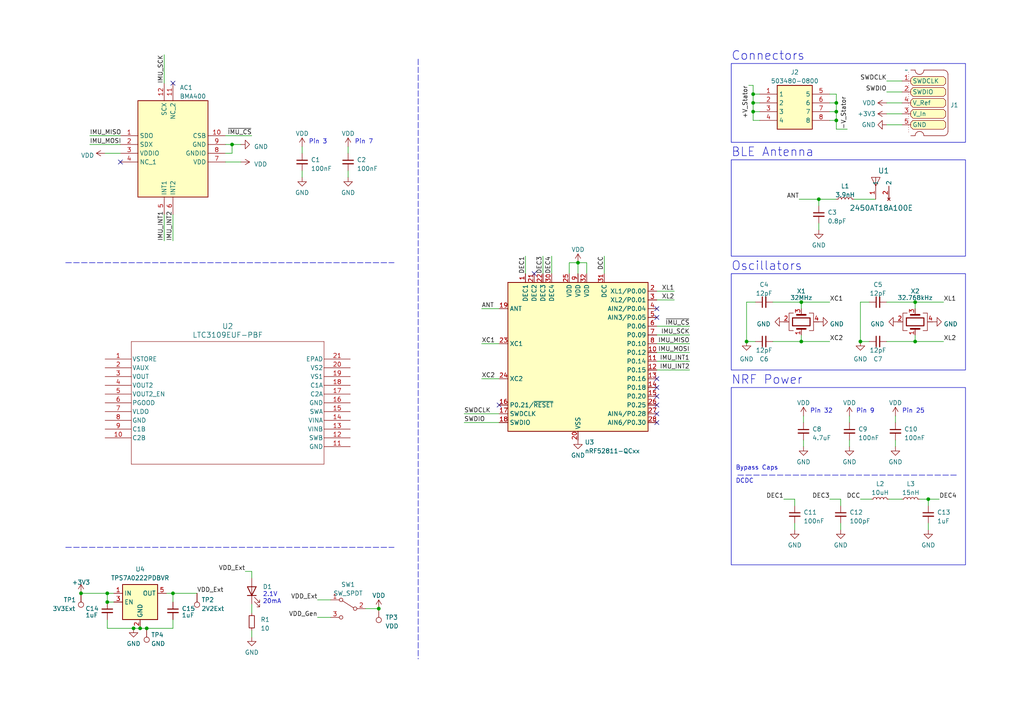
<source format=kicad_sch>
(kicad_sch (version 20230121) (generator eeschema)
  (paper "A4")
  (lib_symbols
    (symbol "Connector:TestPoint" (pin_numbers hide) (pin_names (offset 0.762) hide)
      (property "Reference" "TP" (at 0 6.858 0))
      (property "Value" "TestPoint" (at 0 5.08 0))
      (symbol "TestPoint_0_1"
        (circle (center 0 3.302) (radius 0.762))
      )
      (symbol "TestPoint_1_1"
        (pin passive line (at 0 0 90) (length 2.54) (name "1") (number "1"))
      )
    )
    (symbol "Device:C_Small" (pin_numbers hide) (pin_names (offset 0.254) hide)
      (property "Reference" "C" (at 0.254 1.778 0))
      (property "Value" "C_Small" (at 0.254 -2.032 0))
      (symbol "C_Small_0_1"
        (polyline (pts (xy -1.524 -0.508) (xy 1.524 -0.508)) (stroke (width 0.3302)))
        (polyline (pts (xy -1.524 0.508) (xy 1.524 0.508)) (stroke (width 0.3048)))
      )
      (symbol "C_Small_1_1"
        (pin passive line (at 0 2.54 270) (length 2.032) (name "~") (number "1"))
        (pin passive line (at 0 -2.54 90) (length 2.032) (name "~") (number "2"))
      )
    )
    (symbol "Device:Crystal_GND24" (pin_names (offset 1.016) hide)
      (property "Reference" "Y" (at 3.175 5.08 0))
      (property "Value" "Crystal_GND24" (at 3.175 3.175 0))
      (symbol "Crystal_GND24_0_1"
        (rectangle (start -1.143 2.54) (end 1.143 -2.54) (stroke (width 0.3048)))
        (polyline (pts (xy -2.54 0) (xy -2.032 0)))
        (polyline (pts (xy -2.032 -1.27) (xy -2.032 1.27)) (stroke (width 0.508)))
        (polyline (pts (xy 0 -3.81) (xy 0 -3.556)))
        (polyline (pts (xy 0 3.556) (xy 0 3.81)))
        (polyline (pts (xy 2.032 -1.27) (xy 2.032 1.27)) (stroke (width 0.508)))
        (polyline (pts (xy 2.032 0) (xy 2.54 0)))
        (polyline (pts (xy -2.54 -2.286) (xy -2.54 -3.556) (xy 2.54 -3.556) (xy 2.54 -2.286)))
        (polyline (pts (xy -2.54 2.286) (xy -2.54 3.556) (xy 2.54 3.556) (xy 2.54 2.286)))
      )
      (symbol "Crystal_GND24_1_1"
        (pin passive line (at -3.81 0 0) (length 1.27) (name "1") (number "1"))
        (pin passive line (at 0 5.08 270) (length 1.27) (name "2") (number "2"))
        (pin passive line (at 3.81 0 180) (length 1.27) (name "3") (number "3"))
        (pin passive line (at 0 -5.08 90) (length 1.27) (name "4") (number "4"))
      )
    )
    (symbol "Device:LED" (pin_numbers hide) (pin_names (offset 1.016) hide)
      (property "Reference" "D" (at 0 2.54 0))
      (property "Value" "LED" (at 0 -2.54 0))
      (symbol "LED_0_1"
        (polyline (pts (xy -1.27 -1.27) (xy -1.27 1.27)) (stroke (width 0.254)))
        (polyline (pts (xy -1.27 0) (xy 1.27 0)))
        (polyline (pts (xy 1.27 -1.27) (xy 1.27 1.27) (xy -1.27 0) (xy 1.27 -1.27)) (stroke (width 0.254)))
        (polyline (pts (xy -3.048 -0.762) (xy -4.572 -2.286) (xy -3.81 -2.286) (xy -4.572 -2.286) (xy -4.572 -1.524)))
        (polyline (pts (xy -1.778 -0.762) (xy -3.302 -2.286) (xy -2.54 -2.286) (xy -3.302 -2.286) (xy -3.302 -1.524)))
      )
      (symbol "LED_1_1"
        (pin passive line (at -3.81 0 0) (length 2.54) (name "K") (number "1"))
        (pin passive line (at 3.81 0 180) (length 2.54) (name "A") (number "2"))
      )
    )
    (symbol "Device:L_Small" (pin_numbers hide) (pin_names (offset 0.254) hide)
      (property "Reference" "L" (at 0.762 1.016 0))
      (property "Value" "L_Small" (at 0.762 -1.016 0))
      (symbol "L_Small_0_1"
        (arc (start 0 -2.032) (mid 0.5058 -1.524) (end 0 -1.016))
        (arc (start 0 -1.016) (mid 0.5058 -0.508) (end 0 0))
        (arc (start 0 0) (mid 0.5058 0.508) (end 0 1.016))
        (arc (start 0 1.016) (mid 0.5058 1.524) (end 0 2.032))
      )
      (symbol "L_Small_1_1"
        (pin passive line (at 0 2.54 270) (length 0.508) (name "~") (number "1"))
        (pin passive line (at 0 -2.54 90) (length 0.508) (name "~") (number "2"))
      )
    )
    (symbol "Device:R_Small" (pin_numbers hide) (pin_names (offset 0.254) hide)
      (property "Reference" "R" (at 0.762 0.508 0))
      (property "Value" "R_Small" (at 0.762 -1.016 0))
      (symbol "R_Small_0_1"
        (rectangle (start -0.762 1.778) (end 0.762 -1.778) (stroke (width 0.2032)))
      )
      (symbol "R_Small_1_1"
        (pin passive line (at 0 2.54 270) (length 0.762) (name "~") (number "1"))
        (pin passive line (at 0 -2.54 90) (length 0.762) (name "~") (number "2"))
      )
    )
    (symbol "E-Tattoo_Parts:2450AT18A100E" (pin_names (offset 0.254))
      (property "Reference" "U" (at 7.62 2.54 0))
      (property "Value" "2450AT18A100E" (at 15.24 0 0))
      (symbol "2450AT18A100E_1_1"
        (polyline (pts (xy 0 3.81) (xy -1.27 6.35) (xy 1.27 6.35) (xy 0 3.81) (xy 0 6.35)))
        (pin unspecified line (at 0 0 90) (length 3.81) (name "1") (number "1"))
        (pin no_connect line (at 3.81 0 90) (length 3.81) (name "2") (number "2"))
      )
    )
    (symbol "E-Tattoo_Parts:503480-0800"
      (property "Reference" "J" (at 16.51 7.62 0))
      (property "Value" "503480-0800" (at 16.51 5.08 0))
      (symbol "503480-0800_1_1"
        (rectangle (start 5.08 2.54) (end 15.24 -10.16) (stroke (width 0.254)) (fill (type background)))
        (pin passive line (at 0 0 0) (length 5.08) (name "1") (number "1"))
        (pin passive line (at 0 -2.54 0) (length 5.08) (name "2") (number "2"))
        (pin passive line (at 0 -5.08 0) (length 5.08) (name "3") (number "3"))
        (pin passive line (at 0 -7.62 0) (length 5.08) (name "4") (number "4"))
        (pin passive line (at 20.32 0 180) (length 5.08) (name "5") (number "5"))
        (pin passive line (at 20.32 -2.54 180) (length 5.08) (name "6") (number "6"))
        (pin passive line (at 20.32 -5.08 180) (length 5.08) (name "7") (number "7"))
        (pin passive line (at 20.32 -7.62 180) (length 5.08) (name "8") (number "8"))
      )
    )
    (symbol "E-Tattoo_Parts:BMA400"
      (property "Reference" "AC" (at 26.67 15.24 0))
      (property "Value" "BMA400" (at 26.67 12.7 0))
      (symbol "BMA400_1_1"
        (rectangle (start 5.08 10.16) (end 25.4 -17.78) (stroke (width 0.254)) (fill (type background)))
        (pin passive line (at 0 0 0) (length 5.08) (name "SDO") (number "1"))
        (pin passive line (at 30.48 0 180) (length 5.08) (name "CSB") (number "10"))
        (pin passive line (at 15.24 15.24 270) (length 5.08) (name "NC_2") (number "11"))
        (pin passive line (at 12.7 15.24 270) (length 5.08) (name "SCX") (number "12"))
        (pin passive line (at 0 -2.54 0) (length 5.08) (name "SDX") (number "2"))
        (pin passive line (at 0 -5.08 0) (length 5.08) (name "VDDIO") (number "3"))
        (pin passive line (at 0 -7.62 0) (length 5.08) (name "NC_1") (number "4"))
        (pin passive line (at 12.7 -22.86 90) (length 5.08) (name "INT1") (number "5"))
        (pin passive line (at 15.24 -22.86 90) (length 5.08) (name "INT2") (number "6"))
        (pin passive line (at 30.48 -7.62 180) (length 5.08) (name "VDD") (number "7"))
        (pin passive line (at 30.48 -5.08 180) (length 5.08) (name "GNDIO") (number "8"))
        (pin passive line (at 30.48 -2.54 180) (length 5.08) (name "GND") (number "9"))
      )
    )
    (symbol "E-Tattoo_Parts:LTC3109EUF-PBF" (pin_names (offset 0.254))
      (property "Reference" "U" (at 35.56 10.16 0))
      (property "Value" "LTC3109EUF-PBF" (at 35.56 7.62 0))
      (symbol "LTC3109EUF-PBF_0_1"
        (polyline (pts (xy 7.62 -30.48) (xy 63.5 -30.48)) (stroke (width 0.127)))
        (polyline (pts (xy 7.62 5.08) (xy 7.62 -30.48)) (stroke (width 0.127)))
        (polyline (pts (xy 63.5 -30.48) (xy 63.5 5.08)) (stroke (width 0.127)))
        (polyline (pts (xy 63.5 5.08) (xy 7.62 5.08)) (stroke (width 0.127)))
        (pin output line (at 0 0 0) (length 7.62) (name "VSTORE") (number "1"))
        (pin input line (at 0 -22.86 0) (length 7.62) (name "C2B") (number "10"))
        (pin power_in line (at 71.12 -25.4 180) (length 7.62) (name "GND") (number "11"))
        (pin unspecified line (at 71.12 -22.86 180) (length 7.62) (name "SWB") (number "12"))
        (pin input line (at 71.12 -20.32 180) (length 7.62) (name "VINB") (number "13"))
        (pin input line (at 71.12 -17.78 180) (length 7.62) (name "VINA") (number "14"))
        (pin unspecified line (at 71.12 -15.24 180) (length 7.62) (name "SWA") (number "15"))
        (pin power_in line (at 71.12 -12.7 180) (length 7.62) (name "GND") (number "16"))
        (pin input line (at 71.12 -10.16 180) (length 7.62) (name "C2A") (number "17"))
        (pin input line (at 71.12 -7.62 180) (length 7.62) (name "C1A") (number "18"))
        (pin output line (at 71.12 -5.08 180) (length 7.62) (name "VS1") (number "19"))
        (pin output line (at 0 -2.54 0) (length 7.62) (name "VAUX") (number "2"))
        (pin output line (at 71.12 -2.54 180) (length 7.62) (name "VS2") (number "20"))
        (pin unspecified line (at 71.12 0 180) (length 7.62) (name "EPAD") (number "21"))
        (pin output line (at 0 -5.08 0) (length 7.62) (name "VOUT") (number "3"))
        (pin output line (at 0 -7.62 0) (length 7.62) (name "VOUT2") (number "4"))
        (pin output line (at 0 -10.16 0) (length 7.62) (name "VOUT2_EN") (number "5"))
        (pin output line (at 0 -12.7 0) (length 7.62) (name "PGOOD") (number "6"))
        (pin output line (at 0 -15.24 0) (length 7.62) (name "VLDO") (number "7"))
        (pin power_in line (at 0 -17.78 0) (length 7.62) (name "GND") (number "8"))
        (pin input line (at 0 -20.32 0) (length 7.62) (name "C1B") (number "9"))
      )
    )
    (symbol "E-Tattoo_Parts:SWD-Connector"
      (property "Reference" "J" (at 0 0 0))
      (symbol "SWD-Connector_1_1"
        (polyline (pts (xy 0.635 -0.635) (xy 0.635 -18.415)) (stroke (width 0) (type dot)))
        (polyline (pts (xy 1.27 -19.05) (xy 2.54 -19.05)))
        (polyline (pts (xy 1.27 0) (xy 2.54 0)))
        (polyline (pts (xy 5.08 -19.05) (xy 10.795 -19.05)))
        (polyline (pts (xy 5.08 0) (xy 10.795 0)))
        (polyline (pts (xy 12.065 -1.27) (xy 12.065 -17.78)))
        (polyline (pts (xy 1.27 -15.24) (xy 1.27 -15.875) (xy 1.27 -16.51) (xy 1.905 -17.145) (xy 10.795 -17.145) (xy 11.43 -16.51) (xy 11.43 -15.24) (xy 10.795 -14.605) (xy 1.905 -14.605) (xy 1.27 -15.24)) (fill (type background)))
        (polyline (pts (xy 1.27 -12.065) (xy 1.27 -12.7) (xy 1.27 -13.335) (xy 1.905 -13.97) (xy 10.795 -13.97) (xy 11.43 -13.335) (xy 11.43 -12.065) (xy 10.795 -11.43) (xy 1.905 -11.43) (xy 1.27 -12.065)) (fill (type background)))
        (polyline (pts (xy 1.27 -8.89) (xy 1.27 -9.525) (xy 1.27 -10.16) (xy 1.905 -10.795) (xy 10.795 -10.795) (xy 11.43 -10.16) (xy 11.43 -8.89) (xy 10.795 -8.255) (xy 1.905 -8.255) (xy 1.27 -8.89)) (fill (type background)))
        (polyline (pts (xy 1.27 -5.715) (xy 1.27 -6.35) (xy 1.27 -6.985) (xy 1.905 -7.62) (xy 10.795 -7.62) (xy 11.43 -6.985) (xy 11.43 -5.715) (xy 10.795 -5.08) (xy 1.905 -5.08) (xy 1.27 -5.715)) (fill (type background)))
        (polyline (pts (xy 1.27 -2.54) (xy 1.27 -3.175) (xy 1.27 -3.81) (xy 1.905 -4.445) (xy 10.795 -4.445) (xy 11.43 -3.81) (xy 11.43 -2.54) (xy 10.795 -1.905) (xy 1.905 -1.905) (xy 1.27 -2.54)) (fill (type background)))
        (arc (start 2.54 0) (mid 2.912 -0.898) (end 3.81 -1.27))
        (arc (start 3.81 -17.78) (mid 2.912 -18.152) (end 2.54 -19.05))
        (arc (start 3.81 -1.27) (mid 4.708 -0.898) (end 5.08 0))
        (arc (start 5.08 -19.05) (mid 4.708 -18.152) (end 3.81 -17.78))
        (arc (start 10.795 -19.05) (mid 11.693 -18.678) (end 12.065 -17.78))
        (arc (start 12.065 -1.27) (mid 11.693 -0.372) (end 10.795 0))
        (pin output line (at -1.27 -3.175 0) (length 2.54) (name "SWDCLK") (number "1"))
        (pin output line (at -1.27 -6.35 0) (length 2.54) (name "SWDIO") (number "2"))
        (pin power_in line (at -1.27 -12.7 0) (length 2.54) (name "V_In") (number "3"))
        (pin power_out line (at -1.27 -9.525 0) (length 2.54) (name "V_Ref") (number "4"))
        (pin power_in line (at -1.27 -15.875 0) (length 2.54) (name "GND") (number "5"))
      )
    )
    (symbol "MCU_Nordic:nRF52811-QCxx"
      (property "Reference" "U" (at 0 5.08 0))
      (property "Value" "nRF52811-QCxx" (at 0 2.54 0))
      (symbol "nRF52811-QCxx_0_1"
        (rectangle (start -20.32 22.86) (end 20.32 -20.32) (stroke (width 0.254)) (fill (type background)))
      )
      (symbol "nRF52811-QCxx_1_1"
        (pin passive line (at -15.24 25.4 270) (length 2.54) (name "DEC1") (number "1"))
        (pin bidirectional line (at 22.86 2.54 180) (length 2.54) (name "P0.12") (number "10"))
        (pin bidirectional line (at 22.86 0 180) (length 2.54) (name "P0.14") (number "11"))
        (pin bidirectional line (at 22.86 -2.54 180) (length 2.54) (name "P0.15") (number "12"))
        (pin bidirectional line (at 22.86 -5.08 180) (length 2.54) (name "P0.16") (number "13"))
        (pin bidirectional line (at 22.86 -7.62 180) (length 2.54) (name "P0.18") (number "14"))
        (pin bidirectional line (at 22.86 -10.16 180) (length 2.54) (name "P0.20") (number "15"))
        (pin bidirectional line (at -22.86 -12.7 0) (length 2.54) (name "P0.21/~{RESET}") (number "16"))
        (pin input line (at -22.86 -15.24 0) (length 2.54) (name "SWDCLK") (number "17"))
        (pin bidirectional line (at -22.86 -17.78 0) (length 2.54) (name "SWDIO") (number "18"))
        (pin passive line (at -22.86 15.24 0) (length 2.54) (name "ANT") (number "19"))
        (pin bidirectional line (at 22.86 20.32 180) (length 2.54) (name "XL1/P0.00") (number "2"))
        (pin power_in line (at 0 -22.86 90) (length 2.54) (name "VSS") (number "20"))
        (pin passive line (at -12.7 25.4 270) (length 2.54) (name "DEC2") (number "21"))
        (pin passive line (at -10.16 25.4 270) (length 2.54) (name "DEC3") (number "22"))
        (pin input line (at -22.86 5.08 0) (length 2.54) (name "XC1") (number "23"))
        (pin input line (at -22.86 -5.08 0) (length 2.54) (name "XC2") (number "24"))
        (pin power_in line (at -2.54 25.4 270) (length 2.54) (name "VDD") (number "25"))
        (pin bidirectional line (at 22.86 -12.7 180) (length 2.54) (name "P0.25") (number "26"))
        (pin bidirectional line (at 22.86 -15.24 180) (length 2.54) (name "AIN4/P0.28") (number "27"))
        (pin bidirectional line (at 22.86 -17.78 180) (length 2.54) (name "AIN6/P0.30") (number "28"))
        (pin passive line (at 0 -22.86 90) (length 2.54) hide (name "VSS") (number "29"))
        (pin bidirectional line (at 22.86 17.78 180) (length 2.54) (name "XL2/P0.01") (number "3"))
        (pin passive line (at -7.62 25.4 270) (length 2.54) (name "DEC4") (number "30"))
        (pin power_out line (at 7.62 25.4 270) (length 2.54) (name "DCC") (number "31"))
        (pin power_in line (at 2.54 25.4 270) (length 2.54) (name "VDD") (number "32"))
        (pin passive line (at 0 -22.86 90) (length 2.54) hide (name "VSS") (number "33"))
        (pin bidirectional line (at 22.86 15.24 180) (length 2.54) (name "AIN2/P0.04") (number "4"))
        (pin bidirectional line (at 22.86 12.7 180) (length 2.54) (name "AIN3/P0.05") (number "5"))
        (pin bidirectional line (at 22.86 10.16 180) (length 2.54) (name "P0.06") (number "6"))
        (pin bidirectional line (at 22.86 7.62 180) (length 2.54) (name "P0.09") (number "7"))
        (pin bidirectional line (at 22.86 5.08 180) (length 2.54) (name "P0.10") (number "8"))
        (pin power_in line (at 0 25.4 270) (length 2.54) (name "VDD") (number "9"))
      )
    )
    (symbol "Regulator_Linear:TPS7A0522PDBV"
      (property "Reference" "U" (at -3.81 6.35 0))
      (property "Value" "TPS7A0522PDBV" (at 6.35 6.35 0))
      (symbol "TPS7A0522PDBV_0_1"
        (rectangle (start -5.08 -5.08) (end 5.08 5.08) (stroke (width 0.254)) (fill (type background)))
        (pin power_in line (at -7.62 2.54 0) (length 2.54) (name "IN") (number "1"))
        (pin power_in line (at 0 -7.62 90) (length 2.54) (name "GND") (number "2"))
        (pin input line (at -7.62 0 0) (length 2.54) (name "EN") (number "3"))
        (pin no_connect line (at 5.08 0 180) (length 2.54) hide (name "NC") (number "4"))
        (pin power_out line (at 7.62 2.54 180) (length 2.54) (name "OUT") (number "5"))
      )
    )
    (symbol "Switch:SW_SPDT" (pin_names (offset 0) hide)
      (property "Reference" "SW" (at 0 4.318 0))
      (property "Value" "SW_SPDT" (at 0 -5.08 0))
      (symbol "SW_SPDT_0_0"
        (circle (center -2.032 0) (radius 0.508))
        (circle (center 2.032 -2.54) (radius 0.508))
      )
      (symbol "SW_SPDT_0_1"
        (polyline (pts (xy -1.524 0.254) (xy 1.651 2.286)))
        (circle (center 2.032 2.54) (radius 0.508))
      )
      (symbol "SW_SPDT_1_1"
        (pin passive line (at 5.08 2.54 180) (length 2.54) (name "A") (number "1"))
        (pin passive line (at -5.08 0 0) (length 2.54) (name "B") (number "2"))
        (pin passive line (at 5.08 -2.54 180) (length 2.54) (name "C") (number "3"))
      )
    )
    (symbol "power:+3V3" (power) (pin_names (offset 0))
      (property "Value" "+3V3" (at 0 3.556 0))
      (symbol "+3V3_0_1"
        (polyline (pts (xy -0.762 1.27) (xy 0 2.54)))
        (polyline (pts (xy 0 0) (xy 0 2.54)))
        (polyline (pts (xy 0 2.54) (xy 0.762 1.27)))
      )
      (symbol "+3V3_1_1"
        (pin power_in line (at 0 0 90) (length 0) hide (name "+3V3") (number "1"))
      )
    )
    (symbol "power:GND" (power) (pin_names (offset 0))
      (property "Value" "GND" (at 0 -3.81 0))
      (symbol "GND_0_1"
        (polyline (pts (xy 0 0) (xy 0 -1.27) (xy 1.27 -1.27) (xy 0 -2.54) (xy -1.27 -1.27) (xy 0 -1.27)))
      )
      (symbol "GND_1_1"
        (pin power_in line (at 0 0 270) (length 0) hide (name "GND") (number "1"))
      )
    )
    (symbol "power:VDD" (power) (pin_names (offset 0))
      (property "Value" "VDD" (at 0 3.81 0))
      (symbol "VDD_0_1"
        (polyline (pts (xy -0.762 1.27) (xy 0 2.54)))
        (polyline (pts (xy 0 0) (xy 0 2.54)))
        (polyline (pts (xy 0 2.54) (xy 0.762 1.27)))
      )
      (symbol "VDD_1_1"
        (pin power_in line (at 0 0 90) (length 0) hide (name "VDD") (number "1"))
      )
    )
  )
  (junction (at 67.31 41.91))
  (junction (at 232.41 99.06))
  (junction (at 23.495 172.085))
  (junction (at 31.115 172.085))
  (junction (at 218.44 29.845))
  (junction (at 218.44 32.385))
  (junction (at 265.43 99.06))
  (junction (at 42.545 182.245))
  (junction (at 40.64 182.245))
  (junction (at 109.855 176.53))
  (junction (at 242.57 32.385))
  (junction (at 242.57 34.925))
  (junction (at 242.57 29.845))
  (junction (at 269.24 144.78))
  (junction (at 216.535 99.06))
  (junction (at 249.555 99.06))
  (junction (at 167.64 76.2))
  (junction (at 38.735 182.245))
  (junction (at 50.165 172.085))
  (junction (at 265.43 87.63))
  (junction (at 218.44 27.305))
  (junction (at 31.115 174.625))
  (junction (at 232.41 87.63))
  (junction (at 237.49 57.785))
  (no_connect (at 34.925 46.99))
  (no_connect (at 144.78 117.475))
  (no_connect (at 154.94 79.375))
  (no_connect (at 190.5 112.395))
  (no_connect (at 190.5 109.855))
  (no_connect (at 190.5 92.075))
  (no_connect (at 190.5 122.555))
  (no_connect (at 190.5 89.535))
  (no_connect (at 190.5 120.015))
  (no_connect (at 50.165 24.13))
  (no_connect (at 190.5 117.475))
  (no_connect (at 190.5 114.935))
  (wire (pts (xy 237.49 57.785) (xy 242.57 57.785)))
  (wire (pts (xy 232.41 87.63) (xy 240.665 87.63)))
  (wire (pts (xy 220.345 27.305) (xy 218.44 27.305)))
  (wire (pts (xy 265.43 99.06) (xy 257.175 99.06)))
  (wire (pts (xy 218.44 27.305) (xy 218.44 29.845)))
  (wire (pts (xy 242.57 34.925) (xy 242.57 37.465)))
  (wire (pts (xy 218.44 29.845) (xy 218.44 32.385)))
  (wire (pts (xy 106.045 176.53) (xy 109.855 176.53)))
  (wire (pts (xy 190.5 102.235) (xy 200.025 102.235)))
  (wire (pts (xy 30.48 44.45) (xy 34.925 44.45)))
  (wire (pts (xy 40.64 182.245) (xy 42.545 182.245)))
  (wire (pts (xy 190.5 84.455) (xy 195.58 84.455)))
  (wire (pts (xy 65.405 46.99) (xy 69.85 46.99)))
  (wire (pts (xy 269.24 144.78) (xy 272.415 144.78)))
  (wire (pts (xy 240.665 29.845) (xy 242.57 29.845)))
  (wire (pts (xy 95.885 179.07) (xy 92.075 179.07)))
  (wire (pts (xy 257.175 87.63) (xy 265.43 87.63)))
  (wire (pts (xy 73.025 184.785) (xy 73.025 182.88)))
  (wire (pts (xy 67.31 44.45) (xy 67.31 41.91)))
  (wire (pts (xy 87.63 49.53) (xy 87.63 51.435)))
  (wire (pts (xy 139.7 109.855) (xy 144.78 109.855)))
  (wire (pts (xy 190.5 104.775) (xy 200.025 104.775)))
  (wire (pts (xy 265.43 87.63) (xy 273.685 87.63)))
  (polyline (pts (xy 19.05 158.75) (xy 114.3 158.75)) (stroke (width 0) (type dash)))
  (wire (pts (xy 242.57 27.305) (xy 242.57 29.845)))
  (wire (pts (xy 218.44 24.765) (xy 218.44 27.305)))
  (wire (pts (xy 237.49 59.69) (xy 237.49 57.785)))
  (wire (pts (xy 269.24 151.765) (xy 269.24 153.67)))
  (wire (pts (xy 224.155 87.63) (xy 232.41 87.63)))
  (wire (pts (xy 218.44 32.385) (xy 220.345 32.385)))
  (wire (pts (xy 257.175 33.02) (xy 261.62 33.02)))
  (wire (pts (xy 190.5 107.315) (xy 200.025 107.315)))
  (wire (pts (xy 31.115 179.705) (xy 31.115 182.245)))
  (wire (pts (xy 257.175 29.845) (xy 261.62 29.845)))
  (wire (pts (xy 259.715 127.635) (xy 259.715 129.54)))
  (wire (pts (xy 240.665 144.78) (xy 243.84 144.78)))
  (wire (pts (xy 216.535 99.06) (xy 219.075 99.06)))
  (wire (pts (xy 227.33 144.78) (xy 230.505 144.78)))
  (wire (pts (xy 269.24 144.78) (xy 269.24 146.685)))
  (wire (pts (xy 232.41 89.535) (xy 232.41 87.63)))
  (wire (pts (xy 232.41 99.06) (xy 224.155 99.06)))
  (wire (pts (xy 38.735 182.245) (xy 40.64 182.245)))
  (wire (pts (xy 42.545 182.245) (xy 50.165 182.245)))
  (wire (pts (xy 167.64 76.2) (xy 167.64 79.375)))
  (wire (pts (xy 190.5 97.155) (xy 200.025 97.155)))
  (wire (pts (xy 242.57 37.465) (xy 245.745 37.465)))
  (wire (pts (xy 231.775 57.785) (xy 237.49 57.785)))
  (wire (pts (xy 139.7 99.695) (xy 144.78 99.695)))
  (wire (pts (xy 249.555 99.06) (xy 252.095 99.06)))
  (wire (pts (xy 47.625 69.85) (xy 47.625 62.23)))
  (wire (pts (xy 257.175 23.495) (xy 261.62 23.495)))
  (wire (pts (xy 247.65 57.785) (xy 254 57.785)))
  (wire (pts (xy 230.505 151.765) (xy 230.505 153.67)))
  (wire (pts (xy 257.175 26.67) (xy 261.62 26.67)))
  (wire (pts (xy 175.26 79.375) (xy 175.26 74.295)))
  (wire (pts (xy 237.49 64.77) (xy 237.49 66.675)))
  (wire (pts (xy 170.18 79.375) (xy 170.18 76.2)))
  (wire (pts (xy 152.4 79.375) (xy 152.4 74.295)))
  (wire (pts (xy 265.43 97.155) (xy 265.43 99.06)))
  (wire (pts (xy 67.31 41.91) (xy 69.85 41.91)))
  (wire (pts (xy 265.43 89.535) (xy 265.43 87.63)))
  (wire (pts (xy 95.885 173.99) (xy 92.075 173.99)))
  (wire (pts (xy 50.165 172.085) (xy 57.15 172.085)))
  (wire (pts (xy 230.505 146.685) (xy 230.505 144.78)))
  (wire (pts (xy 190.5 99.695) (xy 200.025 99.695)))
  (wire (pts (xy 242.57 32.385) (xy 242.57 34.925)))
  (polyline (pts (xy 19.05 76.2) (xy 114.3 76.2)) (stroke (width 0) (type dash)))
  (wire (pts (xy 134.62 120.015) (xy 144.78 120.015)))
  (wire (pts (xy 23.495 172.085) (xy 31.115 172.085)))
  (wire (pts (xy 26.035 39.37) (xy 34.925 39.37)))
  (wire (pts (xy 243.84 146.685) (xy 243.84 144.78)))
  (wire (pts (xy 216.535 87.63) (xy 216.535 99.06)))
  (wire (pts (xy 50.165 179.705) (xy 50.165 182.245)))
  (wire (pts (xy 47.625 15.875) (xy 47.625 24.13)))
  (wire (pts (xy 190.5 86.995) (xy 195.58 86.995)))
  (wire (pts (xy 87.63 42.545) (xy 87.63 44.45)))
  (wire (pts (xy 31.115 172.085) (xy 31.115 174.625)))
  (wire (pts (xy 31.115 174.625) (xy 33.02 174.625)))
  (wire (pts (xy 50.165 174.625) (xy 50.165 172.085)))
  (wire (pts (xy 246.38 120.65) (xy 246.38 122.555)))
  (wire (pts (xy 246.38 127.635) (xy 246.38 129.54)))
  (wire (pts (xy 134.62 122.555) (xy 144.78 122.555)))
  (wire (pts (xy 26.035 41.91) (xy 34.925 41.91)))
  (wire (pts (xy 257.175 36.195) (xy 261.62 36.195)))
  (wire (pts (xy 249.555 87.63) (xy 249.555 99.06)))
  (wire (pts (xy 249.555 87.63) (xy 252.095 87.63)))
  (wire (pts (xy 218.44 34.925) (xy 220.345 34.925)))
  (wire (pts (xy 240.665 99.06) (xy 232.41 99.06)))
  (polyline (pts (xy 213.995 137.795) (xy 277.495 137.795)) (stroke (width 0) (type dash)))
  (wire (pts (xy 259.715 120.65) (xy 259.715 122.555)))
  (wire (pts (xy 242.57 29.845) (xy 242.57 32.385)))
  (wire (pts (xy 33.02 172.085) (xy 31.115 172.085)))
  (wire (pts (xy 273.685 99.06) (xy 265.43 99.06)))
  (wire (pts (xy 217.17 24.765) (xy 218.44 24.765)))
  (wire (pts (xy 165.1 79.375) (xy 165.1 76.2)))
  (wire (pts (xy 100.965 42.545) (xy 100.965 44.45)))
  (wire (pts (xy 249.555 144.78) (xy 252.73 144.78)))
  (wire (pts (xy 218.44 29.845) (xy 220.345 29.845)))
  (wire (pts (xy 165.1 76.2) (xy 167.64 76.2)))
  (wire (pts (xy 100.965 49.53) (xy 100.965 51.435)))
  (wire (pts (xy 73.025 167.64) (xy 73.025 165.735)))
  (wire (pts (xy 240.665 32.385) (xy 242.57 32.385)))
  (wire (pts (xy 233.045 120.65) (xy 233.045 122.555)))
  (wire (pts (xy 216.535 87.63) (xy 219.075 87.63)))
  (wire (pts (xy 243.84 151.765) (xy 243.84 153.67)))
  (wire (pts (xy 240.665 27.305) (xy 242.57 27.305)))
  (wire (pts (xy 71.12 165.735) (xy 73.025 165.735)))
  (wire (pts (xy 65.405 41.91) (xy 67.31 41.91)))
  (wire (pts (xy 170.18 76.2) (xy 167.64 76.2)))
  (polyline (pts (xy 121.285 17.145) (xy 121.285 191.135)) (stroke (width 0) (type dash)))
  (wire (pts (xy 65.405 44.45) (xy 67.31 44.45)))
  (wire (pts (xy 233.045 127.635) (xy 233.045 129.54)))
  (wire (pts (xy 48.26 172.085) (xy 50.165 172.085)))
  (wire (pts (xy 160.02 79.375) (xy 160.02 74.295)))
  (wire (pts (xy 73.025 175.26) (xy 73.025 177.8)))
  (wire (pts (xy 157.48 79.375) (xy 157.48 74.295)))
  (wire (pts (xy 50.165 69.85) (xy 50.165 62.23)))
  (wire (pts (xy 139.7 89.535) (xy 144.78 89.535)))
  (wire (pts (xy 232.41 97.155) (xy 232.41 99.06)))
  (wire (pts (xy 65.405 39.37) (xy 73.025 39.37)))
  (wire (pts (xy 218.44 32.385) (xy 218.44 34.925)))
  (wire (pts (xy 240.665 34.925) (xy 242.57 34.925)))
  (wire (pts (xy 257.81 144.78) (xy 261.62 144.78)))
  (wire (pts (xy 31.115 182.245) (xy 38.735 182.245)))
  (wire (pts (xy 190.5 94.615) (xy 200.025 94.615)))
  (wire (pts (xy 266.7 144.78) (xy 269.24 144.78)))
  (rectangle (start 212.09 46.355) (end 280.035 74.295))
  (rectangle (start 212.09 18.415) (end 280.035 41.275))
  (rectangle (start 212.09 79.375) (end 280.035 107.315))
  (rectangle (start 212.09 112.395) (end 280.035 163.83))
  (text "Pin 3" (at 89.535 41.91 0) (effects (font (size 1.27 1.27)) (justify left bottom)))
  (text "Pin 9\n" (at 248.285 120.015 0) (effects (font (size 1.27 1.27)) (justify left bottom)))
  (text "NRF Power" (at 212.09 111.76 0) (effects (font (size 2.54 2.54)) (justify left bottom)))
  (text "Connectors" (at 212.09 17.78 0) (effects (font (size 2.54 2.54)) (justify left bottom)))
  (text "DCDC" (at 213.36 140.335 0) (effects (font (size 1.27 1.27)) (justify left bottom)))
  (text "2.1V\n20mA" (at 76.2 175.26 0) (effects (font (size 1.27 1.27)) (justify left bottom)))
  (text "Bypass Caps" (at 213.36 136.525 0) (effects (font (size 1.27 1.27)) (justify left bottom)))
  (text "BLE Antenna" (at 212.09 45.72 0) (effects (font (size 2.54 2.54)) (justify left bottom)))
  (text "Oscillators" (at 212.09 78.74 0) (effects (font (size 2.54 2.54)) (justify left bottom)))
  (text "Pin 32\n" (at 234.95 120.015 0) (effects (font (size 1.27 1.27)) (justify left bottom)))
  (text "Pin 25\n" (at 261.62 120.015 0) (effects (font (size 1.27 1.27)) (justify left bottom)))
  (text "Pin 7\n" (at 102.87 41.91 0) (effects (font (size 1.27 1.27)) (justify left bottom)))
  (label "DCC" (at 249.555 144.78 180))
  (label "IMU_MISO" (at 26.035 39.37 0))
  (label "XC2" (at 139.7 109.855 0))
  (label "IMU_INT2" (at 50.165 69.85 90))
  (label "IMU_SCK" (at 200.025 97.155 180))
  (label "-V_Stator" (at 245.745 37.465 90))
  (label "DEC4" (at 160.02 74.295 270))
  (label "~{IMU_CS}" (at 73.025 39.37 180))
  (label "ANT" (at 139.7 89.535 0))
  (label "VDD_Gen" (at 92.075 179.07 180))
  (label "~{IMU_CS}" (at 200.025 94.615 180))
  (label "IMU_INT1" (at 47.625 69.85 90))
  (label "VDD_Ext" (at 92.075 173.99 180))
  (label "IMU_MOSI" (at 200.025 102.235 180))
  (label "SWDIO" (at 134.62 122.555 0))
  (label "ANT" (at 231.775 57.785 180))
  (label "IMU_SCK" (at 47.625 15.875 270))
  (label "IMU_INT1" (at 200.025 104.775 180))
  (label "XC2" (at 240.665 99.06 0))
  (label "SWDCLK" (at 257.175 23.495 180))
  (label "IMU_INT2" (at 200.025 107.315 180))
  (label "XL1" (at 273.685 87.63 0))
  (label "DEC1" (at 152.4 74.295 270))
  (label "SWDCLK" (at 134.62 120.015 0))
  (label "IMU_MOSI" (at 26.035 41.91 0))
  (label "XL2" (at 273.685 99.06 0))
  (label "DEC3" (at 157.48 74.295 270))
  (label "XL2" (at 195.58 86.995 180))
  (label "VDD_Ext" (at 71.12 165.735 180))
  (label "IMU_MISO" (at 200.025 99.695 180))
  (label "XC1" (at 139.7 99.695 0))
  (label "DEC4" (at 272.415 144.78 0))
  (label "XL1" (at 195.58 84.455 180))
  (label "+V_Stator" (at 217.17 24.765 270))
  (label "DCC" (at 175.26 74.295 270))
  (label "SWDIO" (at 257.175 26.67 180))
  (label "VDD_Ext" (at 57.15 172.085 0))
  (label "DEC3" (at 240.665 144.78 180))
  (label "DEC1" (at 227.33 144.78 180))
  (label "XC1" (at 240.665 87.63 0))
  (symbol (lib_id "Device:R_Small") (at 73.025 180.34 0) (unit 1)
    (property "Reference" "R1" (at 75.565 179.705 0) (effects (justify left)))
    (property "Value" "10" (at 75.565 182.245 0) (effects (justify left)))
  )
  (symbol (lib_id "Device:LED") (at 73.025 171.45 90) (unit 1)
    (property "Reference" "D1" (at 76.2 170.18 90) (effects (justify right)))
    (property "Value" "LO Q976.01-P2R2-25-1" (effects hide))
    (property "Footprint" "LED_SMD:LED_0603_1608Metric" (effects hide))
  )
  (symbol (lib_id "power:VDD") (at 246.38 120.65 0) (unit 1)
    (property "Reference" "#PWR020" (effects hide))
    (property "Value" "VDD" (at 246.38 116.84 0))
  )
  (symbol (lib_id "Device:C_Small") (at 269.24 149.225 0) (unit 1)
    (property "Reference" "C13" (at 271.78 148.5963 0) (effects (justify left)))
    (property "Value" "1uF" (at 271.78 151.1363 0) (effects (justify left)))
    (property "Footprint" "Capacitor_SMD:C_0402_1005Metric" (effects hide))
  )
  (symbol (lib_id "power:GND") (at 249.555 99.06 0) (unit 1)
    (property "Reference" "#PWR018" (effects hide))
    (property "Value" "GND" (at 249.555 104.14 0))
  )
  (symbol (lib_id "power:GND") (at 69.85 41.91 90) (unit 1)
    (property "Reference" "#PWR04" (effects hide))
    (property "Value" "GND" (at 73.66 42.545 90) (effects (justify right)))
  )
  (symbol (lib_id "power:GND") (at 269.24 153.67 0) (unit 1)
    (property "Reference" "#PWR028" (effects hide))
    (property "Value" "GND" (at 269.24 158.115 0))
  )
  (symbol (lib_id "E-Tattoo_Parts:2450AT18A100E") (at 254 57.785 0) (unit 1)
    (property "Reference" "U1" (at 254.635 49.53 0) (effects (font (size 1.524 1.524)) (justify left)))
    (property "Value" "2450AT18A100E" (at 246.38 60.325 0) (effects (font (size 1.524 1.524)) (justify left)))
    (property "Footprint" "2450AT18A100E_JOT" (effects hide))
    (property "Datasheet" "2450AT18A100E" (effects hide))
  )
  (symbol (lib_id "Connector:TestPoint") (at 57.15 172.085 180) (unit 1)
    (property "Reference" "TP2" (at 58.42 173.99 0) (effects (justify right)))
    (property "Value" "2V2Ext" (at 58.42 176.53 0) (effects (justify right)))
    (property "Footprint" "E-Tattoo_Parts:Testpoint_Hex_D1.5" (effects hide))
  )
  (symbol (lib_id "power:GND") (at 100.965 51.435 0) (unit 1)
    (property "Reference" "#PWR010" (effects hide))
    (property "Value" "GND" (at 100.965 55.88 0))
  )
  (symbol (lib_id "E-Tattoo_Parts:BMA400") (at 34.925 39.37 0) (unit 1)
    (property "Reference" "AC1" (at 52.1209 25.4 0) (effects (justify left)))
    (property "Value" "BMA400" (at 52.1209 27.94 0) (effects (justify left)))
    (property "Footprint" "E-Tattoo_Parts:BOSCH_LGA-12" (effects hide))
    (property "Datasheet" "https://datasheet.datasheetarchive.com/originals/distributors/Datasheets_SAMA/fa80b3d87963a3ff599e323b9a26d827.pdf" (effects hide))
    (property "Mouser Part Number" "262-BMA400" (effects hide))
    (property "Mouser Price/Stock" "https://www.mouser.co.uk/ProductDetail/Bosch-Sensortec/BMA400?qs=f9yNj16SXrKBoguHUc32eQ%3D%3D" (effects hide))
    (property "Manufacturer_Name" "BOSCH" (effects hide))
    (property "Manufacturer_Part_Number" "BMA400" (effects hide))
  )
  (symbol (lib_id "Device:C_Small") (at 254.635 99.06 90) (unit 1)
    (property "Reference" "C7" (at 254.635 104.14 90))
    (property "Value" "12pF" (at 254.635 101.6 90))
    (property "Footprint" "Capacitor_SMD:C_0402_1005Metric" (effects hide))
  )
  (symbol (lib_id "Device:C_Small") (at 50.165 177.165 0) (unit 1)
    (property "Reference" "C15" (at 52.705 176.5363 0) (effects (justify left)))
    (property "Value" "1uF" (at 52.705 178.435 0) (effects (justify left)))
    (property "Footprint" "Capacitor_SMD:C_0402_1005Metric" (effects hide))
  )
  (symbol (lib_id "power:GND") (at 87.63 51.435 0) (unit 1)
    (property "Reference" "#PWR09" (effects hide))
    (property "Value" "GND" (at 87.63 55.88 0))
  )
  (symbol (lib_id "power:VDD") (at 30.48 44.45 90) (unit 1)
    (property "Reference" "#PWR07" (effects hide))
    (property "Value" "VDD" (at 27.305 45.085 90) (effects (justify left)))
  )
  (symbol (lib_id "Device:C_Small") (at 230.505 149.225 0) (unit 1)
    (property "Reference" "C11" (at 233.045 148.5963 0) (effects (justify left)))
    (property "Value" "100nF" (at 233.045 151.1363 0) (effects (justify left)))
    (property "Footprint" "Capacitor_SMD:C_0402_1005Metric" (effects hide))
  )
  (symbol (lib_id "Device:C_Small") (at 233.045 125.095 0) (unit 1)
    (property "Reference" "C8" (at 235.585 124.4663 0) (effects (justify left)))
    (property "Value" "4.7uF" (at 235.585 127.0063 0) (effects (justify left)))
    (property "Footprint" "Capacitor_SMD:C_0402_1005Metric" (effects hide))
  )
  (symbol (lib_id "power:GND") (at 260.35 93.345 270) (unit 1)
    (property "Reference" "#PWR015" (effects hide))
    (property "Value" "GND" (at 256.54 93.98 90) (effects (justify right)))
  )
  (symbol (lib_id "Device:L_Small") (at 255.27 144.78 90) (unit 1)
    (property "Reference" "L2" (at 255.27 140.335 90))
    (property "Value" "10uH" (at 255.27 142.875 90))
    (property "Footprint" "Inductor_SMD:L_0402_1005Metric" (effects hide))
  )
  (symbol (lib_id "E-Tattoo_Parts:LTC3109EUF-PBF") (at 30.48 104.14 0) (unit 1)
    (property "Reference" "U2" (at 66.04 94.615 0) (effects (font (size 1.524 1.524))))
    (property "Value" "LTC3109EUF-PBF" (at 66.04 97.155 0) (effects (font (size 1.524 1.524))))
    (property "Footprint" "E-Tattoo_Parts:QFN-20_UF_LIT" (effects hide))
    (property "Datasheet" "https://www.analog.com/media/en/technical-documentation/data-sheets/3109fb.pdf" (effects hide))
  )
  (symbol (lib_id "MCU_Nordic:nRF52811-QCxx") (at 167.64 104.775 0) (unit 1)
    (property "Reference" "U3" (at 169.5959 128.27 0) (effects (justify left)))
    (property "Value" "nRF52811-QCxx" (at 169.5959 130.81 0) (effects (justify left)))
    (property "Footprint" "Package_DFN_QFN:QFN-32-1EP_5x5mm_P0.5mm_EP3.6x3.6mm_ThermalVias" (effects hide))
    (property "Datasheet" "https://infocenter.nordicsemi.com/pdf/nRF52811_PS_v1.0.pdf" (effects hide))
  )
  (symbol (lib_id "power:VDD") (at 109.855 176.53 0) (unit 1)
    (property "Reference" "#PWR030" (effects hide))
    (property "Value" "VDD" (at 109.855 172.72 0))
  )
  (symbol (lib_id "Switch:SW_SPDT") (at 100.965 176.53 0) (mirror y) (unit 1)
    (property "Reference" "SW1" (at 100.965 169.545 0))
    (property "Value" "SW_SPDT" (at 100.965 172.085 0))
  )
  (symbol (lib_id "power:GND") (at 38.735 182.245 0) (unit 1)
    (property "Reference" "#PWR031" (effects hide))
    (property "Value" "GND" (at 38.735 186.69 0))
  )
  (symbol (lib_id "power:VDD") (at 69.85 46.99 270) (unit 1)
    (property "Reference" "#PWR08" (effects hide))
    (property "Value" "VDD" (at 73.66 47.625 90) (effects (justify left)))
  )
  (symbol (lib_id "Device:C_Small") (at 243.84 149.225 0) (unit 1)
    (property "Reference" "C12" (at 246.38 148.5963 0) (effects (justify left)))
    (property "Value" "100pF" (at 246.38 151.1363 0) (effects (justify left)))
    (property "Footprint" "Capacitor_SMD:C_0402_1005Metric" (effects hide))
  )
  (symbol (lib_id "power:GND") (at 167.64 127.635 0) (unit 1)
    (property "Reference" "#PWR022" (effects hide))
    (property "Value" "GND" (at 167.64 132.08 0))
  )
  (symbol (lib_id "Device:L_Small") (at 264.16 144.78 90) (unit 1)
    (property "Reference" "L3" (at 264.16 140.335 90))
    (property "Value" "15nH" (at 264.16 142.875 90))
    (property "Footprint" "Inductor_SMD:L_0402_1005Metric" (effects hide))
  )
  (symbol (lib_id "power:VDD") (at 257.175 29.845 90) (unit 1)
    (property "Reference" "#PWR01" (effects hide))
    (property "Value" "VDD" (at 254 29.845 90) (effects (justify left)))
  )
  (symbol (lib_id "Device:C_Small") (at 221.615 87.63 90) (unit 1)
    (property "Reference" "C4" (at 221.6213 82.55 90))
    (property "Value" "12pF" (at 221.6213 85.09 90))
    (property "Footprint" "Capacitor_SMD:C_0402_1005Metric" (effects hide))
  )
  (symbol (lib_id "power:GND") (at 233.045 129.54 0) (unit 1)
    (property "Reference" "#PWR023" (effects hide))
    (property "Value" "GND" (at 233.045 133.985 0))
  )
  (symbol (lib_id "Device:C_Small") (at 259.715 125.095 0) (unit 1)
    (property "Reference" "C10" (at 262.255 124.4663 0) (effects (justify left)))
    (property "Value" "100nF" (at 262.255 127.0063 0) (effects (justify left)))
    (property "Footprint" "Capacitor_SMD:C_0402_1005Metric" (effects hide))
  )
  (symbol (lib_id "power:GND") (at 237.49 66.675 0) (unit 1)
    (property "Reference" "#PWR011" (effects hide))
    (property "Value" "GND" (at 237.49 71.12 0))
  )
  (symbol (lib_id "power:VDD") (at 259.715 120.65 0) (unit 1)
    (property "Reference" "#PWR021" (effects hide))
    (property "Value" "VDD" (at 259.715 116.84 0))
  )
  (symbol (lib_id "power:VDD") (at 87.63 42.545 0) (unit 1)
    (property "Reference" "#PWR05" (effects hide))
    (property "Value" "VDD" (at 87.63 38.735 0))
  )
  (symbol (lib_id "power:GND") (at 259.715 129.54 0) (unit 1)
    (property "Reference" "#PWR025" (effects hide))
    (property "Value" "GND" (at 259.715 133.985 0))
  )
  (symbol (lib_id "Device:C_Small") (at 254.635 87.63 90) (unit 1)
    (property "Reference" "C5" (at 254.6413 82.55 90))
    (property "Value" "12pF" (at 254.6413 85.09 90))
    (property "Footprint" "Capacitor_SMD:C_0402_1005Metric" (effects hide))
  )
  (symbol (lib_id "power:GND") (at 230.505 153.67 0) (unit 1)
    (property "Reference" "#PWR026" (effects hide))
    (property "Value" "GND" (at 230.505 158.115 0))
  )
  (symbol (lib_id "power:VDD") (at 167.64 76.2 0) (unit 1)
    (property "Reference" "#PWR012" (effects hide))
    (property "Value" "VDD" (at 167.64 72.39 0))
  )
  (symbol (lib_id "Regulator_Linear:TPS7A0522PDBV") (at 40.64 174.625 0) (unit 1)
    (property "Reference" "U4" (at 40.64 165.1 0))
    (property "Value" "TPS7A0222PDBVR" (at 40.64 167.64 0))
    (property "Footprint" "Package_TO_SOT_SMD:SOT-23-5" (effects hide))
    (property "Datasheet" "https://www.ti.com/lit/ds/symlink/tps7a05.pdf" (effects hide))
  )
  (symbol (lib_id "Connector:TestPoint") (at 42.545 182.245 180) (unit 1)
    (property "Reference" "TP4" (at 43.815 184.15 0) (effects (justify right)))
    (property "Value" "GND" (at 43.815 186.69 0) (effects (justify right)))
    (property "Footprint" "E-Tattoo_Parts:Testpoint_Hex_D1.5" (effects hide))
  )
  (symbol (lib_id "power:GND") (at 227.33 93.345 270) (unit 1)
    (property "Reference" "#PWR013" (effects hide))
    (property "Value" "GND" (at 223.52 93.98 90) (effects (justify right)))
  )
  (symbol (lib_id "Device:C_Small") (at 221.615 99.06 90) (unit 1)
    (property "Reference" "C6" (at 221.615 104.14 90))
    (property "Value" "12pF" (at 221.615 101.6 90))
    (property "Footprint" "Capacitor_SMD:C_0402_1005Metric" (effects hide))
  )
  (symbol (lib_id "power:GND") (at 246.38 129.54 0) (unit 1)
    (property "Reference" "#PWR024" (effects hide))
    (property "Value" "GND" (at 246.38 133.985 0))
  )
  (symbol (lib_id "Device:C_Small") (at 31.115 177.165 0) (unit 1)
    (property "Reference" "C14" (at 24.765 176.53 0) (effects (justify left)))
    (property "Value" "1uF" (at 24.765 178.435 0) (effects (justify left)))
    (property "Footprint" "Capacitor_SMD:C_0402_1005Metric" (effects hide))
  )
  (symbol (lib_id "Connector:TestPoint") (at 109.855 176.53 180) (unit 1)
    (property "Reference" "TP3" (at 111.76 179.07 0) (effects (justify right)))
    (property "Value" "VDD" (at 111.76 181.61 0) (effects (justify right)))
    (property "Footprint" "E-Tattoo_Parts:Testpoint_Hex_D1.5" (effects hide))
  )
  (symbol (lib_id "Device:C_Small") (at 246.38 125.095 0) (unit 1)
    (property "Reference" "C9" (at 248.92 124.4663 0) (effects (justify left)))
    (property "Value" "100nF" (at 248.92 127.0063 0) (effects (justify left)))
    (property "Footprint" "Capacitor_SMD:C_0402_1005Metric" (effects hide))
  )
  (symbol (lib_id "power:GND") (at 237.49 93.345 90) (unit 1)
    (property "Reference" "#PWR014" (effects hide))
    (property "Value" "GND" (at 240.665 93.98 90) (effects (justify right)))
  )
  (symbol (lib_id "power:GND") (at 257.175 36.195 270) (unit 1)
    (property "Reference" "#PWR03" (effects hide))
    (property "Value" "GND" (at 254 36.195 90) (effects (justify right)))
  )
  (symbol (lib_id "power:GND") (at 216.535 99.06 0) (unit 1)
    (property "Reference" "#PWR017" (effects hide))
    (property "Value" "GND" (at 216.535 104.14 0))
  )
  (symbol (lib_id "E-Tattoo_Parts:503480-0800") (at 220.345 27.305 0) (unit 1)
    (property "Reference" "J2" (at 230.505 20.955 0))
    (property "Value" "503480-0800" (at 230.505 23.495 0))
    (property "Footprint" "E-Tattoo_Parts:503480-0800" (effects hide))
    (property "Datasheet" "https://datasheet.datasheetarchive.com/originals/distributors/Datasheets_SAMA/dd73662b6fd345cd2d55f223314e3d3c.pdf" (effects hide))
    (property "Mouser Part Number" "538-503480-0800" (effects hide))
    (property "Mouser Price/Stock" "https://www.mouser.co.uk/ProductDetail/Molex/503480-0800?qs=bodV9ulq6Gz33SKuZL445g%3D%3D" (effects hide))
    (property "Manufacturer_Name" "Molex" (effects hide))
    (property "Manufacturer_Part_Number" "503480-0800" (effects hide))
  )
  (symbol (lib_id "Device:Crystal_GND24") (at 265.43 93.345 90) (unit 1)
    (property "Reference" "X2" (at 265.43 84.455 90))
    (property "Value" "32.768kHz" (at 265.43 86.36 90))
  )
  (symbol (lib_id "Device:C_Small") (at 237.49 62.23 0) (unit 1)
    (property "Reference" "C3" (at 240.03 61.6013 0) (effects (justify left)))
    (property "Value" "0.8pF" (at 240.03 64.1413 0) (effects (justify left)))
    (property "Footprint" "Capacitor_SMD:C_0402_1005Metric" (effects hide))
  )
  (symbol (lib_id "power:+3V3") (at 257.175 33.02 90) (unit 1)
    (property "Reference" "#PWR02" (effects hide))
    (property "Value" "+3V3" (at 254 33.02 90) (effects (justify left)))
  )
  (symbol (lib_id "Device:Crystal_GND24") (at 232.41 93.345 90) (unit 1)
    (property "Reference" "X1" (at 232.41 84.455 90))
    (property "Value" "32MHz" (at 232.41 86.36 90))
  )
  (symbol (lib_id "power:GND") (at 243.84 153.67 0) (unit 1)
    (property "Reference" "#PWR027" (effects hide))
    (property "Value" "GND" (at 243.84 158.115 0))
  )
  (symbol (lib_id "Device:L_Small") (at 245.11 57.785 90) (unit 1)
    (property "Reference" "L1" (at 245.11 53.975 90))
    (property "Value" "3.9nH" (at 245.11 56.515 90))
    (property "Footprint" "Inductor_SMD:L_0402_1005Metric" (effects hide))
  )
  (symbol (lib_id "power:GND") (at 270.51 93.345 90) (unit 1)
    (property "Reference" "#PWR016" (effects hide))
    (property "Value" "GND" (at 273.685 93.98 90) (effects (justify right)))
  )
  (symbol (lib_id "Connector:TestPoint") (at 23.495 172.085 180) (unit 1)
    (property "Reference" "TP1" (at 18.415 173.99 0) (effects (justify right)))
    (property "Value" "3V3Ext" (at 15.24 176.53 0) (effects (justify right)))
    (property "Footprint" "E-Tattoo_Parts:Testpoint_Hex_D1.5" (effects hide))
  )
  (symbol (lib_id "power:VDD") (at 233.045 120.65 0) (unit 1)
    (property "Reference" "#PWR019" (effects hide))
    (property "Value" "VDD" (at 233.045 116.84 0))
  )
  (symbol (lib_id "power:+3V3") (at 23.495 172.085 0) (unit 1)
    (property "Reference" "#PWR029" (effects hide))
    (property "Value" "+3V3" (at 23.495 168.91 0))
  )
  (symbol (lib_id "power:GND") (at 73.025 184.785 0) (unit 1)
    (property "Reference" "#PWR032" (effects hide))
    (property "Value" "GND" (at 73.025 189.23 0))
  )
  (symbol (lib_id "E-Tattoo_Parts:SWD-Connector") (at 262.89 20.32 0) (unit 1)
    (property "Reference" "J1" (at 275.59 30.48 0) (effects (justify left)))
    (property "Value" "~" (at 262.89 20.32 0))
  )
  (symbol (lib_id "Device:C_Small") (at 87.63 46.99 0) (unit 1)
    (property "Reference" "C1" (at 90.17 46.3613 0) (effects (justify left)))
    (property "Value" "100nF" (at 90.17 48.9013 0) (effects (justify left)))
    (property "Footprint" "Capacitor_SMD:C_0402_1005Metric" (effects hide))
  )
  (symbol (lib_id "Device:C_Small") (at 100.965 46.99 0) (unit 1)
    (property "Reference" "C2" (at 103.505 46.3613 0) (effects (justify left)))
    (property "Value" "100nF" (at 103.505 48.9013 0) (effects (justify left)))
    (property "Footprint" "Capacitor_SMD:C_0402_1005Metric" (effects hide))
  )
  (symbol (lib_id "power:VDD") (at 100.965 42.545 0) (unit 1)
    (property "Reference" "#PWR06" (effects hide))
    (property "Value" "VDD" (at 100.965 38.735 0))
  )
)
</source>
